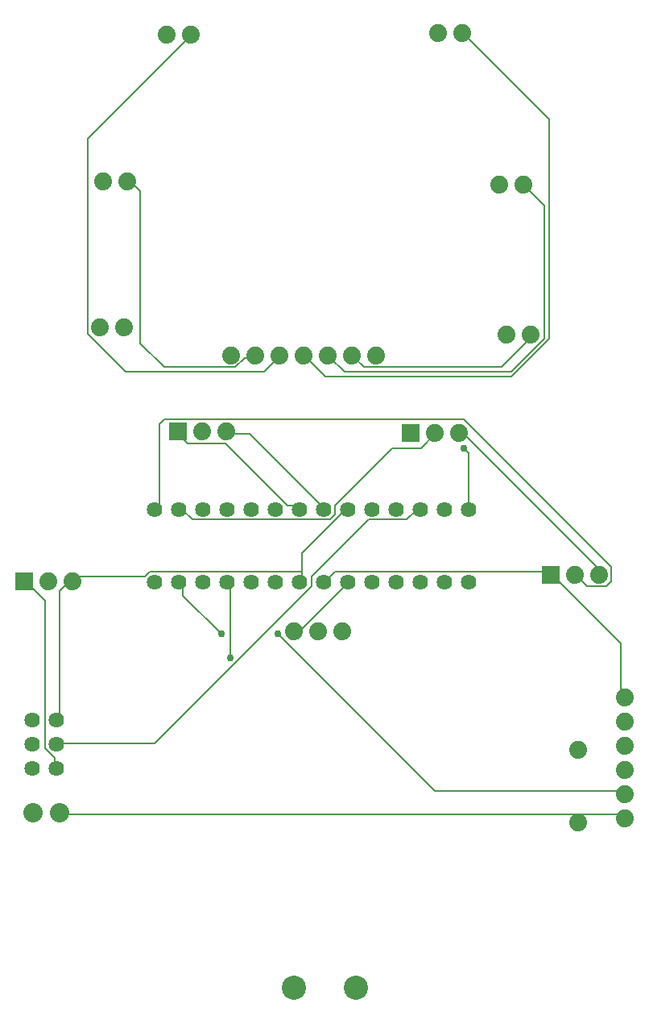
<source format=gbr>
G04 EAGLE Gerber X2 export*
G75*
%MOMM*%
%FSLAX34Y34*%
%LPD*%
%AMOC8*
5,1,8,0,0,1.08239X$1,22.5*%
G01*
%ADD10C,2.032000*%
%ADD11C,1.879600*%
%ADD12C,1.625600*%
%ADD13C,2.540000*%
%ADD14R,1.879600X1.879600*%
%ADD15C,0.152400*%
%ADD16C,0.756400*%


D10*
X114870Y277400D03*
X86930Y277400D03*
D11*
X387200Y467600D03*
X361800Y467600D03*
X412600Y467600D03*
X157950Y786450D03*
X183350Y786450D03*
X160950Y940450D03*
X186350Y940450D03*
X228200Y1094100D03*
X253600Y1094100D03*
X512950Y1095850D03*
X538350Y1095850D03*
X577200Y936600D03*
X602600Y936600D03*
X585450Y779100D03*
X610850Y779100D03*
D12*
X86450Y348950D03*
X111850Y348950D03*
X111850Y374350D03*
X86450Y374350D03*
X86450Y323550D03*
X111850Y323550D03*
D11*
X709700Y271500D03*
X709700Y296900D03*
X709700Y322300D03*
X709700Y347700D03*
X709700Y373100D03*
X709700Y398500D03*
X660600Y343450D03*
X660600Y267250D03*
X448050Y757300D03*
X422650Y757300D03*
X397250Y757300D03*
X371850Y757300D03*
X346450Y757300D03*
X321050Y757300D03*
X295650Y757300D03*
D13*
X426950Y93600D03*
X361950Y93600D03*
D12*
X215200Y519450D03*
X240600Y519450D03*
X266000Y519450D03*
X291400Y519450D03*
X316800Y519450D03*
X342200Y519450D03*
X367600Y519450D03*
X393000Y519450D03*
X418400Y519450D03*
X443800Y519450D03*
X469200Y519450D03*
X494600Y519450D03*
X520000Y519450D03*
X545400Y519450D03*
X545400Y595650D03*
X520000Y595650D03*
X494600Y595650D03*
X469200Y595650D03*
X443800Y595650D03*
X418400Y595650D03*
X393000Y595650D03*
X367600Y595650D03*
X342200Y595650D03*
X316800Y595650D03*
X291400Y595650D03*
X266000Y595650D03*
X240600Y595650D03*
X215200Y595650D03*
D14*
X631550Y527100D03*
D11*
X656950Y527100D03*
X682350Y527100D03*
D14*
X484450Y675850D03*
D11*
X509850Y675850D03*
X535250Y675850D03*
D14*
X239350Y677600D03*
D11*
X264750Y677600D03*
X290150Y677600D03*
D14*
X78250Y520100D03*
D11*
X103650Y520100D03*
X129050Y520100D03*
D15*
X705000Y455000D02*
X705000Y400000D01*
X705000Y455000D02*
X635000Y525000D01*
X705000Y400000D02*
X709700Y398500D01*
X635000Y525000D02*
X631550Y527100D01*
X630000Y530000D02*
X405000Y530000D01*
X395000Y520000D01*
X630000Y530000D02*
X631550Y527100D01*
X395000Y520000D02*
X393000Y519450D01*
X110000Y335000D02*
X110000Y325000D01*
X110000Y335000D02*
X100000Y345000D01*
X100000Y500000D01*
X80000Y520000D01*
X110000Y325000D02*
X111850Y323550D01*
X80000Y520000D02*
X78250Y520100D01*
X355000Y600000D02*
X365000Y600000D01*
X355000Y600000D02*
X290000Y665000D01*
X250000Y665000D01*
X240000Y675000D01*
X365000Y600000D02*
X367600Y595650D01*
X240000Y675000D02*
X239350Y677600D01*
X540000Y675000D02*
X685000Y530000D01*
X540000Y675000D02*
X535250Y675850D01*
X685000Y530000D02*
X682350Y527100D01*
X115000Y510000D02*
X115000Y375000D01*
X115000Y510000D02*
X125000Y520000D01*
X115000Y375000D02*
X111850Y374350D01*
X125000Y520000D02*
X129050Y520100D01*
X370000Y530000D02*
X370000Y550000D01*
X370000Y530000D02*
X370000Y520000D01*
X370000Y550000D02*
X415000Y595000D01*
X370000Y520000D02*
X367600Y519450D01*
X415000Y595000D02*
X418400Y595650D01*
X315000Y675000D02*
X295000Y675000D01*
X315000Y675000D02*
X390000Y600000D01*
X295000Y675000D02*
X290150Y677600D01*
X390000Y600000D02*
X393000Y595650D01*
X205000Y525000D02*
X130000Y525000D01*
X205000Y525000D02*
X210000Y530000D01*
X370000Y530000D01*
X130000Y525000D02*
X129050Y520100D01*
X220000Y600000D02*
X220000Y685000D01*
X225000Y690000D01*
X540000Y690000D01*
X695000Y535000D01*
X695000Y520000D01*
X690000Y515000D01*
X670000Y515000D01*
X660000Y525000D01*
X220000Y600000D02*
X215200Y595650D01*
X656950Y527100D02*
X660000Y525000D01*
X255000Y585000D02*
X245000Y595000D01*
X255000Y585000D02*
X400000Y585000D01*
X405000Y590000D01*
X405000Y600000D01*
X465000Y660000D01*
X495000Y660000D01*
X510000Y675000D01*
X245000Y595000D02*
X240600Y595650D01*
X510000Y675000D02*
X509850Y675850D01*
X345000Y465000D02*
X510000Y300000D01*
X705000Y300000D01*
X709700Y296900D01*
D16*
X345000Y465000D03*
D15*
X245000Y505000D02*
X245000Y515000D01*
X245000Y505000D02*
X285000Y465000D01*
X245000Y515000D02*
X240600Y519450D01*
D16*
X285000Y465000D03*
D15*
X115000Y275000D02*
X705000Y275000D01*
X115000Y275000D02*
X114870Y277400D01*
X705000Y275000D02*
X709700Y271500D01*
X545000Y600000D02*
X545000Y655000D01*
X540000Y660000D01*
X545000Y600000D02*
X545400Y595650D01*
D16*
X540000Y660000D03*
D15*
X295000Y515000D02*
X295000Y440000D01*
X295000Y515000D02*
X291400Y519450D01*
D16*
X295000Y440000D03*
D15*
X215000Y350000D02*
X115000Y350000D01*
X215000Y350000D02*
X380000Y515000D01*
X380000Y525000D01*
X440000Y585000D01*
X480000Y585000D01*
X490000Y595000D01*
X115000Y350000D02*
X111850Y348950D01*
X490000Y595000D02*
X494600Y595650D01*
X415000Y515000D02*
X365000Y465000D01*
X415000Y515000D02*
X418400Y519450D01*
X365000Y465000D02*
X361800Y467600D01*
X435000Y745000D02*
X425000Y755000D01*
X435000Y745000D02*
X580000Y745000D01*
X610000Y775000D01*
X425000Y755000D02*
X422650Y757300D01*
X610000Y775000D02*
X610850Y779100D01*
X415000Y740000D02*
X400000Y755000D01*
X415000Y740000D02*
X590000Y740000D01*
X625000Y775000D01*
X625000Y915000D01*
X605000Y935000D01*
X400000Y755000D02*
X397250Y757300D01*
X602600Y936600D02*
X605000Y935000D01*
X395000Y735000D02*
X375000Y755000D01*
X395000Y735000D02*
X590000Y735000D01*
X630000Y775000D01*
X630000Y1005000D01*
X540000Y1095000D01*
X371850Y757300D02*
X375000Y755000D01*
X540000Y1095000D02*
X538350Y1095850D01*
X345000Y755000D02*
X330000Y740000D01*
X185000Y740000D01*
X145000Y780000D01*
X145000Y985000D01*
X250000Y1090000D01*
X346450Y757300D02*
X345000Y755000D01*
X250000Y1090000D02*
X253600Y1094100D01*
X310000Y755000D02*
X320000Y755000D01*
X310000Y755000D02*
X300000Y745000D01*
X225000Y745000D01*
X200000Y770000D01*
X200000Y930000D01*
X190000Y940000D01*
X321050Y757300D02*
X320000Y755000D01*
X190000Y940000D02*
X186350Y940450D01*
M02*

</source>
